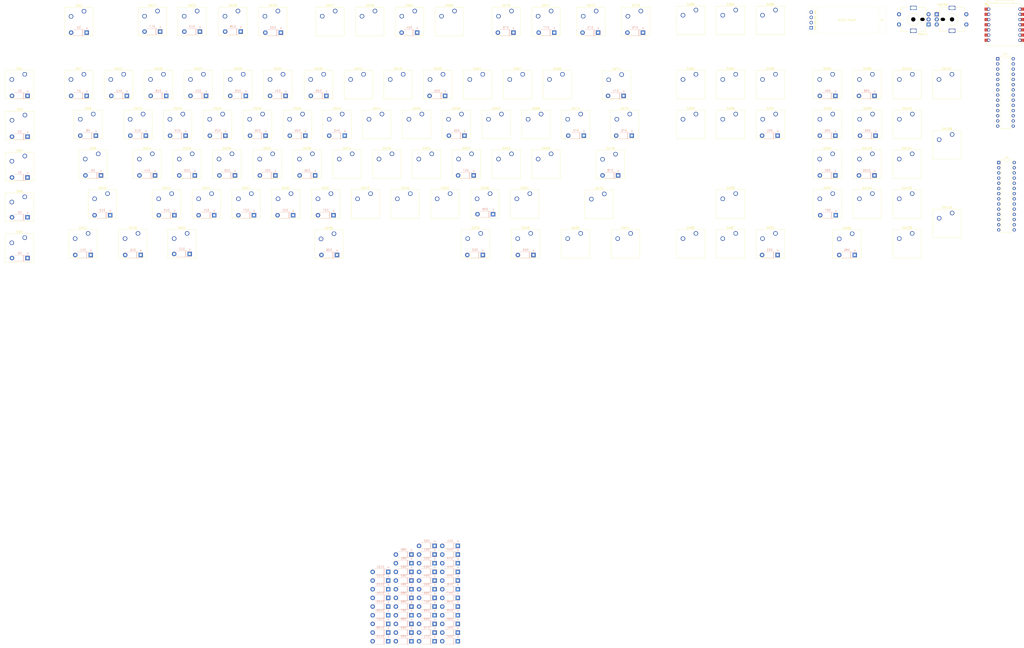
<source format=kicad_pcb>
(kicad_pcb (version 20240108) (generator "pcbnew") (generator_version "8.0")
  (layers (0 "F.Cu" signal) (31 "B.Cu" signal) (34 "B.Paste" user) (35 "F.Paste" user) (36 "B.SilkS" user "B.Silkscreen") (37 "F.SilkS" user "F.Silkscreen") (38 "B.Mask" user) (39 "F.Mask" user) (44 "Edge.Cuts" user))
  (net 0 "")
  (net 1 "Net-(D1-A)")
  (net 2 "R2")
  (net 3 "Net-(D2-A)")
  (net 4 "R1")
  (net 5 "Net-(D3-A)")
  (net 6 "R3")
  (net 7 "R4")
  (net 8 "Net-(D4-A)")
  (net 9 "Net-(D5-A)")
  (net 10 "R5")
  (net 11 "R6")
  (net 12 "Net-(D6-A)")
  (net 13 "Net-(D7-A)")
  (net 14 "Net-(D8-A)")
  (net 15 "Net-(D9-A)")
  (net 16 "Net-(D10-A)")
  (net 17 "Net-(D11-A)")
  (net 18 "Net-(D12-A)")
  (net 19 "Net-(D13-A)")
  (net 20 "Net-(D14-A)")
  (net 21 "Net-(D15-A)")
  (net 22 "Net-(D16-A)")
  (net 23 "Net-(D17-A)")
  (net 24 "Net-(D18-A)")
  (net 25 "Net-(D19-A)")
  (net 26 "Net-(D20-A)")
  (net 27 "Net-(D21-A)")
  (net 28 "Net-(D22-A)")
  (net 29 "Net-(D23-A)")
  (net 30 "Net-(D24-A)")
  (net 31 "Net-(D25-A)")
  (net 32 "Net-(D26-A)")
  (net 33 "Net-(D27-A)")
  (net 34 "Net-(D28-A)")
  (net 35 "Net-(D29-A)")
  (net 36 "Net-(D30-A)")
  (net 37 "Net-(D31-A)")
  (net 38 "Net-(D32-A)")
  (net 39 "Net-(D33-A)")
  (net 40 "Net-(D34-A)")
  (net 41 "Net-(D35-A)")
  (net 42 "Net-(D36-A)")
  (net 43 "Net-(D37-A)")
  (net 44 "Net-(D38-A)")
  (net 45 "Net-(D39-A)")
  (net 46 "Net-(D40-A)")
  (net 47 "Net-(D41-A)")
  (net 48 "Net-(D42-A)")
  (net 49 "Net-(D43-A)")
  (net 50 "Net-(D44-A)")
  (net 51 "Net-(D45-A)")
  (net 52 "Net-(D46-A)")
  (net 53 "Net-(D47-A)")
  (net 54 "Net-(D48-A)")
  (net 55 "Net-(D49-A)")
  (net 56 "Net-(D50-A)")
  (net 57 "Net-(D51-A)")
  (net 58 "Net-(D52-A)")
  (net 59 "Net-(D53-A)")
  (net 60 "Net-(D54-A)")
  (net 61 "Net-(D55-A)")
  (net 62 "Net-(D56-A)")
  (net 63 "Net-(D57-A)")
  (net 64 "Net-(D58-A)")
  (net 65 "Net-(D59-A)")
  (net 66 "Net-(D60-A)")
  (net 67 "Net-(D61-A)")
  (net 68 "Net-(D62-A)")
  (net 69 "Net-(D63-A)")
  (net 70 "Net-(D64-A)")
  (net 71 "Net-(D65-A)")
  (net 72 "Net-(D66-A)")
  (net 73 "Net-(D67-A)")
  (net 74 "Net-(D68-A)")
  (net 75 "Net-(D69-A)")
  (net 76 "Net-(D70-A)")
  (net 77 "Net-(D71-A)")
  (net 78 "Net-(D72-A)")
  (net 79 "Net-(D73-A)")
  (net 80 "Net-(D74-A)")
  (net 81 "Net-(D75-A)")
  (net 82 "Net-(D76-A)")
  (net 83 "Net-(D77-A)")
  (net 84 "Net-(D78-A)")
  (net 85 "Net-(D79-A)")
  (net 86 "Net-(D80-A)")
  (net 87 "Net-(D81-A)")
  (net 88 "Net-(D82-A)")
  (net 89 "Net-(D83-A)")
  (net 90 "Net-(D84-A)")
  (net 91 "Net-(D85-A)")
  (net 92 "Net-(D86-A)")
  (net 93 "Net-(D87-A)")
  (net 94 "Net-(D88-A)")
  (net 95 "Net-(D89-A)")
  (net 96 "Net-(D90-A)")
  (net 97 "Net-(D91-A)")
  (net 98 "Net-(D92-A)")
  (net 99 "Net-(D93-A)")
  (net 100 "Net-(D94-A)")
  (net 101 "Net-(D95-A)")
  (net 102 "Net-(D96-A)")
  (net 103 "Net-(D97-A)")
  (net 104 "Net-(D98-A)")
  (net 105 "Net-(D99-A)")
  (net 106 "Net-(D100-A)")
  (net 107 "Net-(D101-A)")
  (net 108 "Net-(D102-A)")
  (net 109 "Net-(D103-A)")
  (net 110 "Net-(D104-A)")
  (net 111 "Net-(D105-A)")
  (net 112 "Net-(D106-A)")
  (net 113 "Net-(D107-A)")
  (net 114 "Net-(D108-A)")
  (net 115 "Net-(D110-A)")
  (net 116 "C1")
  (net 117 "C2")
  (net 118 "C3")
  (net 119 "C4")
  (net 120 "C5")
  (net 121 "C6")
  (net 122 "C7")
  (net 123 "C8")
  (net 124 "C9")
  (net 125 "C10")
  (net 126 "C11")
  (net 127 "C12")
  (net 128 "C13")
  (net 129 "C14")
  (net 130 "C15")
  (net 131 "C16")
  (net 132 "C17")
  (net 133 "C18")
  (net 134 "C19")
  (net 135 "C20")
  (net 136 "C21")
  (net 137 "C22")
  (net 138 "C23")
  (net 139 "ENC2_A")
  (net 140 "ENC2_SW")
  (net 141 "GND")
  (net 142 "ENC2_B")
  (net 143 "ENC1_B")
  (net 144 "ENC1_SW")
  (net 145 "ENC1_A")
  (net 147 "VCC")
  (net 148 "SCL")
  (net 150 "SDA")
  (footprint "Keyboard:SW_Cherry_MX1A_1.25u_PCB" (layer "F.Cu") (at 88.46 162.92)
    (property "Reference" "SW16")
    (property "Value" "WIN")
  )
  (footprint "Keyboard:SW_Cherry_MX1A_1.00u_PCB" (layer "F.Cu") (at 251.96 123.92)
    (property "Reference" "SW57")
    (property "Value" "L")
  )
  (footprint "Keyboard:SW_Cherry_MX1A_1.00u_PCB" (layer "F.Cu") (at 448.54 104.42)
    (property "Reference" "SW99")
    (property "Value" "NM8")
  )
  (footprint "Keyboard:SW_Cherry_MX1A_1.25u_PCB" (layer "F.Cu") (at 280.96 162.92)
    (property "Reference" "SW59")
    (property "Value" "WIN")
  )
  (footprint "Keyboard:SW_Cherry_MX1A_6.25u_PCB" (layer "F.Cu") (at 184.54 163.0625)
    (property "Reference" "SW38")
    (property "Value" "SPACE")
  )
  (footprint "Keyboard:SW_Cherry_MX1A_1.00u_PCB" (layer "F.Cu") (at 208.04 104.42)
    (property "Reference" "SW44")
    (property "Value" "U")
  )
  (footprint "Keyboard:SW_Cherry_MX1A_1.00u_PCB" (layer "F.Cu") (at 329.54 104.42)
    (property "Reference" "SW75")
    (property "Value" "/")
  )
  (footprint "Keyboard:SW_Cherry_MX1A_1.00u_PCB" (layer "F.Cu") (at 33 125)
    (property "Reference" "SW4")
    (property "Value" "M3")
  )
  (footprint "Keyboard:SW_Cherry_MX1A_1.00u_PCB" (layer "F.Cu") (at 448.46 143.42)
    (property "Reference" "SW101")
    (property "Value" "NM2")
  )
  (footprint "Keyboard:SW_Cherry_MX1A_1.00u_PCB" (layer "F.Cu") (at 296.54 84.92)
    (property "Reference" "SW66")
    (property "Value" "+")
  )
  (footprint "Keyboard:SW_Cherry_MX1A_1.00u_PCB" (layer "F.Cu") (at 159.54 84.92)
    (property "Reference" "SW34")
    (property "Value" "5")
  )
  (footprint "Rotary_Encoder:RotaryEncoder_Alps_EC11E-Switch_Vertical_H20mm_MountingHoles" (layer "F.Cu") (at 476 60.5 180)
    (property "Reference" "SW111")
    (property "Value" "RotaryEncoder_Switch")
  )
  (footprint "Keyboard:SW_Cherry_MX1A_1.00u_PCB" (layer "F.Cu") (at 212.96 123.92)
    (property "Reference" "SW45")
    (property "Value" "J")
  )
  (footprint "Keyboard:SW_Cherry_MX1A_1.00u_PCB" (layer "F.Cu") (at 468.04 84.92)
    (property "Reference" "SW102")
    (property "Value" "*")
  )
  (footprint "Keyboard:SW_Cherry_MX1A_1.00u_PCB" (layer "F.Cu") (at 115.04 123.92)
    (property "Reference" "SW20")
    (property "Value" "S")
  )
  (footprint "Keyboard:SW_Cherry_MX1A_1.00u_PCB" (layer "F.Cu") (at 134.54 123.92)
    (property "Reference" "SW26")
    (property "Value" "D")
  )
  (footprint "Keyboard:SW_Cherry_MX1A_1.00u_PCB" (layer "F.Cu") (at 157.04 53.92)
    (property "Reference" "SW33")
    (property "Value" "F4")
  )
  (footprint "Keyboard:SW_Cherry_MX1A_1.00u_PCB" (layer "F.Cu") (at 361.96 162.92)
    (property "Reference" "SW85")
    (property "Value" "LEFT")
  )
  (footprint "Keyboard:SW_Cherry_MX1A_1.00u_PCB" (layer "F.Cu") (at 428.96 123.92)
    (property "Reference" "SW92")
    (property "Value" "NM4")
  )
  (footprint "Keyboard:SW_Cherry_MX1A_1.00u_PCB" (layer "F.Cu") (at 144.04 143.42)
    (property "Reference" "SW27")
    (property "Value" "C")
  )
  (footprint "Keyboard:SW_Cherry_MX1A_1.00u_PCB" (layer "F.Cu") (at 32.96 145)
    (property "Reference" "SW6")
    (property "Value" "M5")
  )
  (footprint "Keyboard:SW_Cherry_MX1A_1.00u_PCB" (layer "F.Cu") (at 202.46 143.42)
    (property "Reference" "SW42")
    (property "Value" "N")
  )
  (footprint "Keyboard:SW_Cherry_MX1A_1.00u_PCB" (layer "F.Cu") (at 381.46 53.42)
    (property "Reference" "SW83")
    (property "Value" "SCRLLCK")
  )
  (footprint "Keyboard:SW_Cherry_MX1A_1.00u_PCB" (layer "F.Cu") (at 221.96 143.42)
    (property "Reference" "SW46")
    (property "Value" "M")
  )
  (footprint "Keyboard:SW_Cherry_MX1A_1.00u_PCB" (layer "F.Cu") (at 193.46 123.92)
    (property "Reference" "SW41")
    (property "Value" "H")
  )
  (footprint "Keyboard:SW_Cherry_MX1A_1.00u_PCB" (layer "F.Cu") (at 241.46 143.42)
    (property "Reference" "SW52")
    (property "Value" "<")
  )
  (footprint "Keyboard:SW_Cherry_MX1A_1.00u_PCB" (layer "F.Cu") (at 149.54 104.42)
    (property "Reference" "SW30")
    (property "Value" "R")
  )
  (footprint "Keyboard:SW_Cherry_MX1A_1.00u_PCB" (layer "F.Cu") (at 261.04 143.42)
    (property "Reference" "SW58")
    (property "Value" ">")
  )
  (footprint "Keyboard:SW_Cherry_MX1A_1.00u_PCB" (layer "F.Cu") (at 381.46 104.42)
    (property "Reference" "SW86")
    (property "Value" "END")
  )
  (footprint "Keyboard:SW_Cherry_MX1A_1.00u_PCB" (layer "F.Cu") (at 163.46 143.42)
    (property "Reference" "SW32")
    (property "Value" "V")
  )
  (footprint "Keyboard:SW_Cherry_MX1A_1.00u_PCB" (layer "F.Cu") (at 487.46 84.92)
    (property "Reference" "SW107")
    (property "Value" "-")
  )
  (footprint "Keyboard:SW_Cherry_MX1A_1.00u_PCB" (layer "F.Cu") (at 334.96 53.92)
    (property "Reference" "SW79")
    (property "Value" "F12")
  )
  (footprint "Keyboard:SW_Cherry_MX1A_1.00u_PCB" (layer "F.Cu") (at 98.04 53.92)
    (property "Reference" "SW17")
    (property "Value" "F1")
  )
  (footprint "Keyboard:SW_Cherry_MX1A_1.00u_PCB" (layer "F.Cu") (at 400.96 162.92)
    (property "Reference" "SW93")
    (property "Value" "RGHT")
  )
  (footprint "Keyboard:SW_Cherry_MX1A_2.00u_PCB" (layer "F.Cu") (at 325.54 85.0625)
    (property "Reference" "SW74")
    (property "Value" "BKSPCE")
  )
  (footprint "Keyboard:SW_Cherry_MX1A_1.00u_PCB" (layer "F.Cu") (at 290.96 53.92)
    (property "Reference" "SW77")
    (property "Value" "F10")
  )
  (footprint "Keyboard:SW_Cherry_MX1A_1.00u_PCB" (layer "F.Cu") (at 32.96 165)
    (property "Reference" "SW5")
    (property "Value" "M4")
  )
  (footprint "Keyboard:SW_Cherry_MX1A_1.00u_PCB" (layer "F.Cu") (at 290.96 123.92)
    (property "Reference" "SW69")
    (property "Value" "@")
  )
  (footprint "Keyboard:SW_Cherry_MX1A_1.00u_PCB" (layer "F.Cu") (at 400.96 53.42)
    (property "Reference" "SW89")
    (property "Value" "PAUSE BRK")
  )
  (footprint "Keyboard:SW_Cherry_MX1A_1.00u_PCB" (layer "F.Cu") (at 277.04 84.92)
    (property "Reference" "SW67")
    (property "Value" "-")
  )
  (footprint "Keyboard:SW_Cherry_MX1A_1.00u_PCB" (layer "F.Cu") (at 237.96 84.92)
    (property "Reference" "SW55")
    (property "Value" "9")
  )
  (footprint "Keyboard:SW_Cherry_MX1A_2.75u_PCB" (layer "F.Cu") (at 317.04 143.5625)
    (property "Reference" "SW70")
    (property "Value" "SHIFT")
  )
  (footprint "Keyboard:SW_Cherry_MX1A_1.00u_PCB" (layer "F.Cu") (at 448.46 123.92)
    (property "Reference" "SW100")
    (property "Value" "NM5")
  )
  (footprint "Keyboard:SW_Cherry_MX1A_1.00u_PCB" (layer "F.Cu") (at 140.04 84.92)
    (property "Reference" "SW29")
    (property "Value" "4")
  )
  (footprint "Keyboard:SW_Cherry_MX1A_1.50u_PCB" (layer "F.Cu") (at 66.54 104.42)
    (property "Reference" "SW8")
    (property "Value" "TAB")
  )
  (footprint "Keyboard:SW_Cherry_MX1A_1.00u_PCB" (layer "F.Cu") (at 400.96 84.92)
    (property "Reference" "SW90")
    (property "Value" "PgUP")
  )
  (footprint "Keyboard:SW_Cherry_MX1A_1.00u_PCB" (layer "F.Cu") (at 199.04 84.92)
    (property "Reference" "SW43")
    (property "Value" "7")
  )
  (footprint "Keyboard:SW_Cherry_MX1A_1.00u_PCB" (layer "F.Cu") (at 154.46 123.92)
    (property "Reference" "SW31")
    (property "Value" "F")
  )
  (footprint "Keyboard:SW_Cherry_MX1A_1.00u_PCB" (layer "F.Cu") (at 227.62 104.42)
    (property "Reference" "SW50")
    (property "Value" "I")
  )
  (footprint "Keyboard:SW_Cherry_MX1A_1.00u_PCB" (layer "F.Cu") (at 361.96 53.42)
    (property "Reference" "SW80")
    (property "Value" "PrtSc")
  )
  (footprint "Keyboard:SW_Cherry_MX1A_1.00u_PCB" (layer "F.Cu") (at 448.46 84.92)
    (property "Reference" "SW98")
    (property "Value" "/")
  )
  (footprint "Keyboard:SW_Cherry_MX1A_2.25u_PCB" (layer "F.Cu") (at 73.54 143.42)
    (property "Reference" "SW10")
    (property "Value" "SHIFT")
  )
  (footprint "Keyboard:SW_Cherry_MX1A_1.00u_PCB" (layer "F.Cu") (at 117.46 53.92)
    (property "Reference" "SW23")
    (property "Value" "F2")
  )
  (footprint "Keyboard:SW_Cherry_MX1A_1.00u_PCB" (layer "F.Cu") (at 381.46 162.92)
    (property "Reference" "SW87")
    (property "Value" "DWN")
  )
  (footprint "KiCad-SSD1306-0.91-OLED-4pin-128x32:SSD1306-0.91-OLED-4pin-128x32" (layer "F.Cu") (at 455 64.31 180)
    (property "Reference" "J1")
    (property "Value" "OLED")
  )
  (footprint "Rotary_Encoder:RotaryEncoder_Alps_EC11E-Switch_Vertical_H20mm_MountingHoles" (layer "F.Cu") (at 480 55.5)
    (property "Reference" "SW109")
    (property "Value" "RotaryEncoder_Switch")
  )
  (footprint "Keyboard:SW_Cherry_MX1A_1.00u_PCB" (layer "F.Cu") (at 32.96 84.92)
    (property "Reference" "SW1")
    (property "Value" "M1")
  )
  (footprint "Keyboard:SW_Cherry_MX1A_1.00u_PCB" (layer "F.Cu") (at 429.04 104.42)
    (property "Reference" "SW95")
    (property "Value" "NM7")
  )
  (footprint "Keyboard:SW_Cherry_MX1A_1.25u_PCB" (layer "F.Cu") (at 64 162.92)
    (property "Reference" "SW11")
    (property "Value" "CTL")
  )
  (footprint "Keyboard:SW_Cherry_MX1A_1.25u_PCB" (layer "F.Cu") (at 112.54 162.92)
    (property "Reference" "SW22")
    (property "Value" "ALT")
  )
  (footprint "Keyboard:SW_Cherry_MX1A_1.00u_PCB" (layer "F.Cu") (at 61.96 84.92)
    (property "Reference" "SW7")
    (property "Value" "TILDA")
  )
  (footprint "Keyboard:SW_Cherry_MX1A_1.00u_PCB" (layer "F.Cu") (at 361.96 84.92)
    (property "Reference" "SW81")
    (property "Value" "INSERT")
  )
  (footprint "Keyboard:SW_Cherry_MX1A_1.00u_PCB" (layer "F.Cu") (at 257.46 84.92)
    (property "Reference" "SW61")
    (property "Value" "0")
  )
  (footprint "Keyboard:SW_Cherry_MX1A_1.00u_PCB" (layer "F.Cu") (at 179.46 84.92)
    (property "Reference" "SW39")
    (property "Value" "6")
  )
  (footprint "Keyboard:SW_Cherry_MX1A_1.00u_PCB" (layer "F.Cu") (at 429.04 143.42)
    (property "Reference" "SW97")
    (property "Value" "NM1")
  )
  (footprint "Package_DIP:DIP-28_W7.62mm" (layer "F.Cu") (at 509.88 77.3)
    (property "Reference" "U4")
    (property "Value" "MCP23017_SP")
  )
  (footprint "Keyboard:SW_Cherry_MX1A_1.00u_PCB" (layer "F.Cu") (at 188.54 104.42)
    (property "Reference" "SW40")
    (property "Value" "Y")
  )
  (footprint "Keyboard:SW_Cherry_MX1A_1.25u_PCB" (layer "F.Cu") (at 305.46 104.42)
    (property "Reference" "SW72")
    (property "Value" "}")
  )
  (footprint "Keyboard:SW_Cherry_MX1A_1.00u_PCB" (layer "F.Cu") (at 204.62 53.92)
    (property "Reference" "SW48")
    (property "Value" "F6")
  )
  (footprint "Keyboard:SW_Cherry_MX1A_1.00u_PCB" (layer "F.Cu") (at 185.12 53.92)
    (property "Reference" "SW47")
    (property "Value" "F5")
  )
  (footprint "Keyboard:SW_Cherry_MX1A_1.00u_PCB" (layer "F.Cu") (at 110.46 104.42)
    (property "Reference" "SW19")
    (property "Value" "W")
  )
  (footprint "Keyboard:SW_Cherry_MX1A_1.75u_PCB" (layer "F.Cu") (at 68.96 123.92)
    (property "Reference" "SW9")
    (property "Value" "CAPS")
  )
  (footprint "Keyboard:SW_Cherry_MX1A_1.00u_PCB" (layer "F.Cu") (at 271.54 123.92)
    (property "Reference" "SW63")
    (property "Value" ";")
  )
  (footprint "Keyboard:SW_Cherry_MX1A_1.00u_PCB" (layer "F.Cu") (at 100.96 84.92)
    (property "Reference" "SW18")
    (property "Value" "2")
  )
  (footprint "Keyboard:SW_Cherry_MX1A_1.00u_PCB" (layer "F.Cu") (at 381.46 143.42)
    (property "Reference" "SW88")
    (property "Value" "UP")
  )
  (footprint "Keyboard:SW_Cherry_MX1A_1.00u_PCB" (layer "F.Cu") (at 90.96 104.42)
    (property "Reference" "SW13")
    (property "Value" "Q")
  )
  (footprint "Keyboard:SW_Cherry_MX1A_1.00u_PCB" (layer "F.Cu") (at 428.96 84.92)
    (property "Reference" "SW94")
    (property "Value" "NMLCK")
  )
  (footprint "Keyboard:SW_Cherry_MX1A_1.00u_PCB" (layer "F.Cu") (at 173.96 123.92)
    (property "Reference" "SW36")
    (property "Value" "G")
  )
  (footprint "Keyboard:SW_Cherry_MX1A_2.00u_Vertical_PCB" (layer "F.Cu") (at 487.54 152.92)
    (property "Reference" "SW110")
    (property "Value" "Enter")
  )
  (footprint "Keyboard:SW_Cherry_MX1A_1.00u_PCB" (layer "F.Cu") (at 243.62 53.92)
    (property "Reference" "SW60")
    (property "Value" "F8")
  )
  (footprint "Keyboard:SW_Cherry_MX1A_1.00u_PCB" (layer "F.Cu") (at 381.46 84.92)
    (property "Reference" "SW84")
    (property "Value" "HOME")
  )
  (footprint "Keyboard:SW_Cherry_MX1A_1.00u_PCB" (layer "F.Cu") (at 232.46 123.92)
    (property "Reference" "SW51")
    (property "Value" "K")
  )
  (footprint "Keyboard:SW_Cherry_MX1A_1.00u_PCB" (layer "F.Cu") (at 95.5 123.92)
    (property "Reference" "SW14")
    (property "Value" "A")
  )
  (footprint "Package_DIP:DIP-28_W7.62mm" (layer "F.Cu") (at 510.38 128.18)
    (property "Reference" "U3")
    (property "Value" "MCP23017_SP")
  )
  (footprint "Keyboard:SW_Cherry_MX1A_2.00u_Vertical_PCB" (layer "F.Cu") (at 487.54 114.42)
    (property "Reference" "SW108")
    (property "Value" "+")
  )
  (footprint "Keyboard:SW_Cherry_MX1A_1.00u_PCB" (layer "F.Cu") (at 286.04 104.42)
    (property "Reference" "SW68")
    (property "Value" "{")
  )
  (footprint "Keyboard:SW_Cherry_MX1A_1.00u_PCB" (layer "F.Cu") (at 401.04 104.42)
    (property "Reference" "SW91")
    (property "Value" "PgDWN")
  )
  (footprint "Keyboard:SW_Cherry_MX1A_1.00u_PCB" (layer "F.Cu") (at 104.96 143.42)
    (property "Reference" "SW15")
    (property "Value" "Z")
  )
  (footprint "Keyboard:SW_Cherry_MX1A_1.25u_PCB" (layer "F.Cu") (at 329.96 162.92)
    (property "Reference" "SW71")
    (property "Value" "CTR")
  )
  (footprint "Keyboard:SW_Cherry_MX1A_1.00u_PCB" (layer "F.Cu") (at 280.54 143.42)
    (property "Reference" "SW64")
    (property "Value" "?")
  )
  (footprint "Keyboard:SW_Cherry_MX1A_2.25u_PCB" (layer "F.Cu") (at 322.54 124.0625)
    (property "Reference" "SW78")
    (property "Value" "ENTR")
  )
  (footprint "Keyboard:SW_Cherry_MX1A_1.00u_PCB" (layer "F.Cu") (at 467.96 143.42)
    (property "Reference" "SW105")
    (property "Value" "NM3")
  )
  (footprint "Keyboard:SW_Cherry_MX1A_1.00u_PCB" (layer "F.Cu") (at 467.96 123.92)
    (property "Reference" "SW104")
    (property "Value" "NM6")
  )
  (footprint "Keyboard:SW_Cherry_MX1A_1.00u_PCB" (layer "F.Cu") (at 33.04 104.92)
    (property "Reference" "SW3")
    (property "Value" "M2")
  )
  (footprint "Keyboard:SW_Cherry_MX1A_2.00u_PCB" (layer "F.Cu") (at 438.54 163.0625)
    (property "Reference" "SW96")
    (property "Value" "NM 0")
  )
  (footprint "Keyboard:SW_Cherry_MX1A_1.00u_PCB" (layer "F.Cu") (at 183.04 143.42)
    (property "Reference" "SW37")
    (property "Value" "B")
  )
  (footprint "Keyboard:SW_Cherry_MX1A_1.00u_PCB" (layer "F.Cu") (at 468.04 104.42)
    (property "Reference" "SW103")
    (property "Value" "NM9")
  )
  (footprint "Keyboard:SW_Cherry_MX1A_1.00u_PCB" (layer "F.Cu") (at 120.54 84.92)
    (property "Reference" "SW24")
    (property "Value" "3")
  )
  (footprint "Keyboard:SW_Cherry_MX1A_1.00u_PCB" (layer "F.Cu") (at 247.04 104.42)
    (property "Reference" "SW56")
    (property "Value" "O")
  )
  (footprint "Keyboard:SW_Cherry_MX1A_1.25u_PCB" (layer "F.Cu") (at 305.46 162.92)
    (property "Reference" "SW65")
    (property "Value" "Menu")
  )
  (footprint "Keyboard:SW_Cherry_MX1A_1.00u_PCB" (layer "F.Cu") (at 124.54 143.42)
    (property "Reference" "SW21")
    (property "Value" "X")
  )
  (footprint "Keyboard:SW_Cherry_MX1A_1.00u_PCB" (layer "F.Cu") (at 467.96 162.92)
    (property "Reference" "SW106")
    (property "Value" ".")
  )
  (footprint "Keyboard:SW_Cherry_MX1A_1.00u_PCB" (layer "F.Cu") (at 137.46 53.92)
    (property "Reference" "SW28")
    (property "Value" "F3")
  )
  (footprint "Keyboard:SW_Cherry_MX1A_1.00u_PCB" (layer "F.Cu") (at 218.46 84.92)
    (property "Reference" "SW49")
    (property "Value" "8")
  )
  (footprint "Keyboard:SW_Cherry_MX1A_1.00u_PCB" (layer "F.Cu") (at 169.12 104.42)
    (property "Reference" "SW35")
    (property "Value" "T")
  )
  (footprint "Keyboard:SW_Cherry_MX1A_1.00u_PCB" (layer "F.Cu") (at 81.46 84.92)
    (property "Reference" "SW12")
    (property "Value" "1")
  )
  (footprint "Keyboard:SW_Cherry_MX1A_1.25u_PCB" (layer "F.Cu") (at 256.46 162.92)
    (property "Reference" "SW53")
    (property "Value" "ALT")
  )
  (footprint "Keyboard:SW_Cherry_MX1A_1.00u_PCB" (layer "F.Cu") (at 361.96 104.42)
    (property "Reference" "SW82")
    (property "Value" "DELETE")
  )
  (footprint "Keyboard:SW_Cherry_MX1A_1.25u_PCB" (layer "F.Cu") (at 313.04 53.92)
    (property "Reference" "SW73")
    (property "Value" "F11")
  )
  (footprint "Seeed Studio XIAO Series Library:XIAO-ESP32C3-DIP" (layer "F.Cu") (at 513.24 60.62)
    (property "Reference" "U1")
    (property "Value" "XIAO-ESP32-C3-DIP")
  )
  (footprint "Keyboard:SW_Cherry_MX1A_1.00u_PCB" (layer "F.Cu") (at 62 54)
    (property "Reference" "SW2")
    (property "Value" "ESC")
  )
  (footprint "Keyboard:SW_Cherry_MX1A_1.00u_PCB" (layer "F.Cu") (at 129.96 104.42)
    (property "Reference" "SW25")
    (property "Value" "E")
  )
  (footprint "Keyboard:SW_Cherry_MX1A_1.00u_PCB" (layer "F.Cu") (at 224.12 53.92)
    (property "Reference" "SW54")
    (property "Value" "F7")
  )
  (footprint "Keyboard:SW_Cherry_MX1A_1.00u_PCB" (layer "F.Cu") (at 271.54 53.92)
    (property "Reference" "SW76")
    (property "Value" "F9")
  )
  (footprint "Keyboard:SW_Cherry_MX1A_1.00u_PCB" (layer "F.Cu") (at 266.62 104.42)
    (property "Reference" "SW62")
    (property "Value" "P")
  )
  (footprint "Diode_THT:D_DO-41_SOD81_P7.62mm_Horizontal" (layer "B.Cu") (at 184.31 154 180)
    (property "Reference" "D37")
    (property "Value" "D")
  )
  (footprint "Diode_THT:D_DO-41_SOD81_P7.62mm_Horizontal" (layer "B.Cu") (at 245.23 316.09 180)
    (property "Reference" "D41")
    (property "Value" "D")
  )
  (footprint "Diode_THT:D_DO-41_SOD81_P7.62mm_Horizontal" (layer "B.Cu") (at 138.81 64 180)
    (property "Reference" "D28")
    (property "Value" "D")
  )
  (footprint "Diode_THT:D_DO-41_SOD81_P7.62mm_Horizontal" (layer "B.Cu") (at 233.86 350.09 180)
    (property "Reference" "D68")
    (property "Value" "D")
  )
  (footprint "Diode_THT:D_DO-41_SOD81_P7.62mm_Horizontal" (layer "B.Cu") (at 257.5 173.5 180)
    (property "Reference" "D53")
    (property "Value" "D")
  )
  (footprint "Diode_THT:D_DO-41_SOD81_P7.62mm_Horizontal" (layer "B.Cu") (at 449.5 134.5 180)
    (property "Reference" "D100")
    (property "Value" "D")
  )
  (footprint "Diode_THT:D_DO-41_SOD81_P7.62mm_Horizontal" (layer "B.Cu") (at 449.5 95.5 180)
    (property "Reference" "D98")
    (property "Value" "D")
  )
  (footprint "Diode_THT:D_DO-41_SOD81_P7.62mm_Horizontal" (layer "B.Cu") (at 272.5 64.5 180)
    (property "Reference" "D76")
    (property "Value" "D")
  )
  (footprint "Diode_THT:D_DO-41_SOD81_P7.62mm_Horizontal" (layer "B.Cu") (at 450 115 180)
    (property "Reference" "D99")
    (property "Value" "D")
  )
  (footprint "Diode_THT:D_DO-41_SOD81_P7.62mm_Horizontal" (layer "B.Cu") (at 180.81 95.5 180)
    (property "Reference" "D39")
    (property "Value" "D")
  )
  (footprint "Diode_THT:D_DO-41_SOD81_P7.62mm_Horizontal" (layer "B.Cu") (at 222.49 345.84 180)
    (property "Reference" "D86")
    (property "Value" "D")
  )
  (footprint "Diode_THT:D_DO-41_SOD81_P7.62mm_Horizontal" (layer "B.Cu") (at 155.81 134.5 180)
    (property "Reference" "D31")
    (property "Value" "D")
  )
  (footprint "Diode_THT:D_DO-41_SOD81_P7.62mm_Horizontal" (layer "B.Cu") (at 245.23 350.09 180)
    (property "Reference" "D49")
    (property "Value" "D")
  )
  (footprint "Diode_THT:D_DO-41_SOD81_P7.62mm_Horizontal" (layer "B.Cu") (at 245.23 328.84 180)
    (property "Reference" "D44")
    (property "Value" "D")
  )
  (footprint "Diode_THT:D_DO-41_SOD81_P7.62mm_Horizontal" (layer "B.Cu") (at 245.23 341.59 180)
    (property "Reference" "D47")
    (property "Value" "D")
  )
  (footprint "Diode_THT:D_DO-41_SOD81_P7.62mm_Horizontal" (layer "B.Cu") (at 170.5 115 180)
    (property "Reference" "D35")
    (property "Value" "D")
  )
  (footprint "Diode_THT:D_DO-41_SOD81_P7.62mm_Horizontal" (layer "B.Cu") (at 189.81 115 180)
    (property "Reference" "D40")
    (property "Value" "D")
  )
  (footprint "Diode_THT:D_DO-41_SOD81_P7.62mm_Horizontal" (layer "B.Cu") (at 233.86 316.09 180)
    (property "Reference" "D60")
    (property "Value" "D")
  )
  (footprint "Diode_THT:D_DO-41_SOD81_P7.62mm_Horizontal" (layer "B.Cu") (at 118.81 64 180)
    (property "Reference" "D23")
    (property "Value" "D")
  )
  (footprint "Diode_THT:D_DO-41_SOD81_P7.62mm_Horizontal" (layer "B.Cu") (at 211.12 341.59 180)
    (property "Reference" "D104")
    (property "Value" "D")
  )
  (footprint "Diode_THT:D_DO-41_SOD81_P7.62mm_Horizontal" (layer "B.Cu") (at 245.23 324.59 180)
    (property "Reference" "D43")
    (property "Value" "D")
  )
  (footprint "Diode_THT:D_DO-41_SOD81_P7.62mm_Horizontal" (layer "B.Cu") (at 233.86 328.84 180)
    (property "Reference" "D63")
    (property "Value" "D")
  )
  (footprint "Diode_THT:D_DO-41_SOD81_P7.62mm_Horizontal" (layer "B.Cu") (at 67.81 115 180)
    (property "Reference" "D8")
    (property "Value" "D")
  )
  (footprint "Diode_THT:D_DO-41_SOD81_P7.62mm_Horizontal" (layer "B.Cu") (at 323.81 134.5 180)
    (property "Reference" "D78")
    (property "Value" "D")
  )
  (footprint "Diode_THT:D_DO-41_SOD81_P7.62mm_Horizontal" (layer "B.Cu") (at 89.81 173.5 180)
    (property "Reference" "D16")
    (property "Value" "D")
  )
  (footprint "Diode_THT:D_DO-41_SOD81_P7.62mm_Horizontal" (layer "B.Cu") (at 74.81 154 180)
    (property "Reference" "D10")
    (property "Value" "D")
  )
  (footprint "Diode_THT:D_DO-41_SOD81_P7.62mm_Horizontal" (layer "B.Cu") (at 222.49 354.34 180)
    (property "Reference" "D88")
    (property "Value" "D")
  )
  (footprint "Diode_THT:D_DO-41_SOD81_P7.62mm_Horizontal" (layer "B.Cu") (at 158.5 64.5 180)
    (property "Reference" "D33")
    (property "Value" "D")
  )
  (footprint "Diode_THT:D_DO-41_SOD81_P7.62mm_Horizontal" (layer "B.Cu") (at 211.12 333.09 180)
    (property "Reference" "D102")
    (property "Value" "D")
  )
  (footprint "Diode_THT:D_DO-41_SOD81_P7.62mm_Horizontal" (layer "B.Cu") (at 125.81 154 180)
    (property "Reference" "D21")
    (property "Value" "D")
  )
  (footprint "Diode_THT:D_DO-41_SOD81_P7.62mm_Horizontal" (layer "B.Cu") (at 222.49 328.84 180)
    (property "Reference" "D82")
    (property "Value" "D")
  )
  (footprint "Diode_THT:D_DO-41_SOD81_P7.62mm_Horizontal" (layer "B.Cu") (at 307 115 180)
    (property "Reference" "D72")
    (property "Value" "D")
  )
  (footprint "Diode_THT:D_DO-41_SOD81_P7.62mm_Horizontal" (layer "B.Cu") (at 121.81 95.5 180)
    (property "Reference" "D24")
    (property "Value" "D")
  )
  (footprint "Diode_THT:D_DO-41_SOD81_P7.62mm_Horizontal" (layer "B.Cu") (at 239 95.5 180)
    (property "Reference" "D55")
    (property "Value" "D")
  )
  (footprint "Diode_THT:D_DO-41_SOD81_P7.62mm_Horizontal" (layer "B.Cu") (at 245.23 320.34 180)
    (property "Reference" "D42")
    (property "Value" "D")
  )
  (footprint "Diode_THT:D_DO-41_SOD81_P7.62mm_Horizontal" (layer "B.Cu") (at 222.49 350.09 180)
    (property "Reference" "D87")
    (property "Value" "D")
  )
  (footprint "Diode_THT:D_DO-41_SOD81_P7.62mm_Horizontal" (layer "B.Cu") (at 211.12 328.84 180)
    (property "Reference" "D101")
    (property "Value" "D")
  )
  (footprint "Diode_THT:D_DO-41_SOD81_P7.62mm_Horizontal" (layer "B.Cu") (at 245.23 345.84 180)
    (property "Reference" "D48")
    (property "Value" "D")
  )
  (footprint "Diode_THT:D_DO-41_SOD81_P7.62mm_Horizontal" (layer "B.Cu") (at 211.12 358.59 180)
    (property "Reference" "D108")
    (property "Value" "D")
  )
  (footprint "Diode_THT:D_DO-41_SOD81_P7.62mm_Horizontal" (layer "B.Cu") (at 262.5 153.5 180)
    (property "Reference" "D58")
    (property "Value" "D")
  )
  (footprint "Diode_THT:D_DO-41_SOD81_P7.62mm_Horizontal" (layer "B.Cu") (at 83 95.5 180)
    (property "Reference" "D12")
    (property "Value" "D")
  )
  (footprint "Diode_THT:D_DO-41_SOD81_P7.62mm_Horizontal" (layer "B.Cu") (at 186 173.5 180)
    (property "Reference" "D38")
    (property "Value" "D")
  )
  (footprint "Diode_THT:D_DO-41_SOD81_P7.62mm_Horizontal" (layer "B.Cu") (at 63.31 95.5 180)
    (property "Reference" "D7")
    (property "Value" "D")
  )
  (footprint "Diode_THT:D_DO-41_SOD81_P7.62mm_Horizontal" (layer "B.Cu") (at 211.12 345.84 180)
    (property "Reference" "D105")
    (property "Value" "D")
  )
  (footprint "Diode_THT:D_DO-41_SOD81_P7.62mm_Horizontal" (layer "B.Cu") (at 314 64.5 180)
    (property "Reference" "D73")
    (property "Value" "D")
  )
  (footprint "Diode_THT:D_DO-41_SOD81_P7.62mm_Horizontal" (layer "B.Cu") (at 34.31 175 180)
    (property "Reference" "D6")
    (property "Value" "D")
  )
  (footprint "Diode_THT:D_DO-41_SOD81_P7.62mm_Horizontal" (layer "B.Cu") (at 402 115 180)
    (property "Reference" "D91")
    (property "Value" "D")
  )
  (footprint "Diode_THT:D_DO-41_SOD81_P7.62mm_Horizontal" (layer "B.Cu") (at 211.12 337.34 180)
    (property "Reference" "D103")
    (property "Value" "D")
  )
  (footprint "Diode_THT:D_DO-41_SOD81_P7.62mm_Horizontal" (layer "B.Cu") (at 330.5 115 180)
    (property "Reference" "D75")
    (property "Value" "D")
  )
  (footprint "Diode_THT:D_DO-41_SOD81_P7.62mm_Horizontal" (layer "B.Cu") (at 113.81 173 180)
    (property "Reference" "D22")
    (property "Value" "D")
  )
  (footprint "Diode_THT:D_DO-41_SOD81_P7.62mm_Horizontal" (layer "B.Cu") (at 222.49 333.09 180)
    (property "Reference" "D83")
    (property "Value" "D")
  )
  (footprint "Diode_THT:D_DO-41_SOD81_P7.62mm_Horizontal" (layer "B.Cu") (at 145.31 154 180)
    (property "Reference" "D27")
    (property "Value" "D")
  )
  (footprint "Diode_THT:D_DO-41_SOD81_P7.62mm_Horizontal" (layer "B.Cu") (at 99.31 64 180)
    (property "Reference" "D17")
    (property "Value" "D")
  )
  (footprint "Diode_THT:D_DO-41_SOD81_P7.62mm_Horizontal" (layer "B.Cu") (at 111.81 115 180)
    (property "Reference" "D19")
    (property "Value" "D")
  )
  (footprint "Diode_THT:D_DO-41_SOD81_P7.62mm_Horizontal" (layer "B.Cu") (at 131.31 115 180)
    (property "Reference" "D25")
    (property "Value" "D")
  )
  (footprint "Diode_THT:D_DO-41_SOD81_P7.62mm_Horizontal" (layer "B.Cu") (at 439.81 173.5 180)
    (property "Reference" "D96")
    (property "Value" "D")
  )
  (footprint "Diode_THT:D_DO-41_SOD81_P7.62mm_Horizontal" (layer "B.Cu") (at 430.5 154 180)
    (property "Reference" "D97")
    (property "Value" "D")
  )
  (footprint "Diode_THT:D_DO-41_SOD81_P7.62mm_Horizontal" (layer "B.Cu") (at 233.86 362.84 180)
    (property "Reference" "D71")
    (property "Value" "D")
  )
  (footprint "Diode_THT:D_DO-41_SOD81_P7.62mm_Horizontal" (layer "B.Cu") (at 430.31 115 180)
    (property "Reference" "D95")
    (property "Value" "D")
  )
  (footprint "Diode_THT:D_DO-41_SOD81_P7.62mm_Horizontal" (layer "B.Cu") (at 92.31 115 180)
    (property "Reference" "D13")
    (property "Value" "D")
  )
  (footprint "Diode_THT:D_DO-41_SOD81_P7.62mm_Horizontal" (layer "B.Cu") (at 222.49 320.34 180)
    (property "Reference" "D80")
    (property "Value" "D")
  )
  (footprint "Diode_THT:D_DO-41_SOD81_P7.62mm_Horizontal" (layer "B.Cu") (at 225.31 64.5 180)
    (property "Reference" "D54")
    (property "Value" "D")
  )
  (footprint "Diode_THT:D_DO-41_SOD81_P7.62mm_Horizontal" (layer "B.Cu") (at 211.12 362.84 180)
    (property "Reference" "D110")
    (property "Value" "D")
  )
  (footprint "Diode_THT:D_DO-41_SOD81_P7.62mm_Horizontal" (layer "B.Cu") (at 248.5 115 180)
    (property "Reference" "D56")
    (property "Value" "D")
  )
  (footprint "Diode_THT:D_DO-41_SOD81_P7.62mm_Horizontal" (layer "B.Cu") (at 222.49 341.59 180)
    (property "Reference" "D85")
    (property "Value" "D")
  )
  (footprint "Diode_THT:D_DO-41_SOD81_P7.62mm_Horizontal" (layer "B.Cu") (at 211.12 354.34 180)
    (property "Reference" "D107")
    (property "Value" "D")
  )
  (footprint "Diode_THT:D_DO-41_SOD81_P7.62mm_Horizontal" (layer "B.Cu") (at 222.49 362.84 180)
    (property "Reference" "D90")
    (property "Value" "D")
  )
  (footprint "Diode_THT:D_DO-41_SOD81_P7.62mm_Horizontal" (layer "B.Cu") (at 63.31 64.5 180)
    (property "Reference" "D2")
    (property "Value" "D")
  )
  (footprint "Diode_THT:D_DO-41_SOD81_P7.62mm_Horizontal" (layer "B.Cu") (at 106.31 154 180)
    (property "Reference" "D15")
    (property "Value" "D")
  )
  (footprint "Diode_THT:D_DO-41_SOD81_P7.62mm_Horizontal" (layer "B.Cu") (at 233.86 358.59 180)
    (property "Reference" "D70")
    (property "Value" "D")
  )
  (footprint "Diode_THT:D_DO-41_SOD81_P7.62mm_Horizontal" (layer "B.Cu") (at 253 134.5 180)
    (property "Reference" "D57")
    (property "Value" "D")
  )
  (footprint "Diode_THT:D_DO-41_SOD81_P7.62mm_Horizontal" (layer "B.Cu") (at 116.31 134.5 180)
    (property "Reference" "D20")
    (property "Value" "D")
  )
  (footprint "Diode_THT:D_DO-41_SOD81_P7.62mm_Horizontal" (layer "B.Cu") (at 151 115 180)
    (property "Reference" "D30")
    (property "Value" "D")
  )
  (footprint "Diode_THT:D_DO-41_SOD81_P7.62mm_Horizontal" (layer "B.Cu") (at 65.31 173.5 180)
    (property "Reference" "D11")
    (property "Value" "D")
  )
  (footprint "Diode_THT:D_DO-41_SOD81_P7.62mm_Horizontal" (layer "B.Cu") (at 222.49 337.34 180)
    (property "Reference" "D84")
    (property "Value" "D")
  )
  (footprint "Diode_THT:D_DO-41_SOD81_P7.62mm_Horizontal" (layer "B.Cu") (at 245.23 358.59 180)
    (property "Reference" "D51")
    (property "Value" "D")
  )
  (footprint "Diode_THT:D_DO-41_SOD81_P7.62mm_Horizontal" (layer "B.Cu") (at 141.31 95.5 180)
    (property "Reference" "D29")
    (property "Value" "D")
  )
  (footprint "Diode_THT:D_DO-41_SOD81_P7.62mm_Horizontal" (layer "B.Cu") (at 211.12 350.09 180)
    (property "Reference" "D106")
    (property "Value" "D")
  )
  (footprint "Diode_THT:D_DO-41_SOD81_P7.62mm_Horizontal" (layer "B.Cu") (at 164.5 154 180)
    (property "Reference" "D32")
    (property "Value" "D")
  )
  (footprint "Diode_THT:D_DO-41_SOD81_P7.62mm_Horizontal" (layer "B.Cu") (at 336 64.5 180)
    (property "Reference" "D79")
    (property "Value" "D")
  )
  (footprint "Diode_THT:D_DO-41_SOD81_P7.62mm_Horizontal" (layer "B.Cu") (at 245.23 337.34 180)
    (property "Reference" "D46")
    (property "Value" "D")
  )
  (footprint "Diode_THT:D_DO-41_SOD81_P7.62mm_Horizontal" (layer "B.Cu") (at 34.31 115.5 180)
    (property "Reference" "D3")
    (property "Value" "D")
  )
  (footprint "Diode_THT:D_DO-41_SOD81_P7.62mm_Horizontal" (layer "B.Cu") (at 96.81 134.5 180)
    (property "Reference" "D14")
    (property "Value" "D")
  )
  (footprint "Diode_THT:D_DO-41_SOD81_P7.62mm_Horizontal" (layer "B.Cu") (at 430.31 134.5 180)
    (property "Reference" "D92")
    (property "Value" "D")
  )
  (footprint "Diode_THT:D_DO-41_SOD81_P7.62mm_Horizontal" (layer "B.Cu") (at 102.31 95.5 180)
    (property "Reference" "D18")
    (property "Value" "D")
  )
  (footprint "Diode_THT:D_DO-41_SOD81_P7.62mm_Horizontal" (layer "B.Cu") (at 245.23 354.34 180)
    (property "Reference" "D50")
    (property "Value" "D")
  )
  (footprint "Diode_THT:D_DO-41_SOD81_P7.62mm_Horizontal" (layer "B.Cu") (at 222.49 324.59 180)
    (property "Reference" "D81")
    (property "Value" "D")
  )
  (footprint "Diode_THT:D_DO-41_SOD81_P7.62mm_Horizontal" (layer "B.Cu") (at 233.86 337.34 180)
    (property "Reference" "D65")
    (property "Value" "D")
  )
  (footprint "Diode_THT:D_DO-41_SOD81_P7.62mm_Horizontal" (layer "B.Cu") (at 34.31 155 180)
    (property "Reference" "D5")
    (property "Value" "D")
  )
  (footprint "Diode_THT:D_DO-41_SOD81_P7.62mm_Horizontal" (layer "B.Cu") (at 233.86 345.84 180)
    (property "Reference" "D67")
    (property "Value" "D")
  )
  (footprint "Diode_THT:D_DO-41_SOD81_P7.62mm_Horizontal" (layer "B.Cu") (at 233.86 320.34 180)
    (property "Reference" "D61")
    (property "Value" "D")
  )
  (footprint "Diode_THT:D_DO-41_SOD81_P7.62mm_Horizontal" (layer "B.Cu") (at 233.86 341.59 180)
    (property "Reference" "D66")
    (property "Value" "D")
  )
  (footprint "Diode_THT:D_DO-41_SOD81_P7.62mm_Horizontal" (layer "B.Cu") (at 245.23 362.84 180)
    (property "Reference" "D52")
    (property "Value" "D")
  )
  (footprint "Diode_THT:D_DO-41_SOD81_P7.62mm_Horizontal" (layer "B.Cu") (at 282.31 173.5 180)
    (property "Reference" "D59")
    (property "Value" "D")
  )
  (footprint "Diode_THT:D_DO-41_SOD81_P7.62mm_Horizontal" (layer "B.Cu") (at 402 173.5 180)
    (property "Reference" "D93")
    (property "Value" "D")
  )
  (footprint "Diode_THT:D_DO-41_SOD81_P7.62mm_Horizontal" (layer "B.Cu") (at 292.5 64.5 180)
    (property "Reference" "D77")
    (property "Value" "D")
  )
  (footprint "Diode_THT:D_DO-41_SOD81_P7.62mm_Horizontal" (layer "B.Cu") (at 136 134.5 180)
    (property "Reference" "D26")
    (property "Value" "D")
  )
  (footprint "Diode_THT:D_DO-41_SOD81_P7.62mm_Horizontal" (layer "B.Cu") (at 233.86 333.09 180)
    (property "Reference" "D64")
    (property "Value" "D")
  )
  (footprint "Diode_THT:D_DO-41_SOD81_P7.62mm_Horizontal" (layer "B.Cu") (at 326.5 95.5 180)
    (property "Reference" "D74")
    (property "Value" "D")
  )
  (footprint "Diode_THT:D_DO-41_SOD81_P7.62mm_Horizontal" (layer "B.Cu") (at 70.31 134.5 180)
    (property "Reference" "D9")
    (property "Value" "D")
  )
  (footprint "Diode_THT:D_DO-41_SOD81_P7.62mm_Horizontal" (layer "B.Cu") (at 245.23 333.09 180)
    (property "Reference" "D45")
    (property "Value" "D")
  )
  (footprint "Diode_THT:D_DO-41_SOD81_P7.62mm_Horizontal" (layer "B.Cu") (at 233.86 354.34 180)
    (property "Reference" "D69")
    (property "Value" "D")
  )
  (footprint "Diode_THT:D_DO-41_SOD81_P7.62mm_Horizontal" (layer "B.Cu") (at 222.49 358.59 180)
    (property "Reference" "D89")
    (property "Value" "D")
  )
  (footprint "Diode_THT:D_DO-41_SOD81_P7.62mm_Horizontal" (layer "B.Cu") (at 160.81 95.5 180)
    (property "Reference" "D34")
    (property "Value" "D")
  )
  (footprint "Diode_THT:D_DO-41_SOD81_P7.62mm_Horizontal" (layer "B.Cu") (at 175.31 134.5 180)
    (property "Reference" "D36")
    (property "Value" "D")
  )
  (footprint "Diode_THT:D_DO-41_SOD81_P7.62mm_Horizontal" (layer "B.Cu") (at 34.31 95.5 180)
    (property "Reference" "D1")
    (property "Value" "D")
  )
  (footprint "Diode_THT:D_DO-41_SOD81_P7.62mm_Horizontal" (layer "B.Cu") (at 233.86 324.59 180)
    (property "Reference" "D62")
    (property "Value" "D")
  )
  (footprint "Diode_THT:D_DO-41_SOD81_P7.62mm_Horizontal" (layer "B.Cu") (at 34.31 135.5 180)
    (property "Reference" "D4")
    (property "Value" "D")
  )
  (footprint "Diode_THT:D_DO-41_SOD81_P7.62mm_Horizontal" (layer "B.Cu") (at 430.31 95.5 180)
    (property "Reference" "D94")
    (property "Value" "D")
  )
)
</source>
